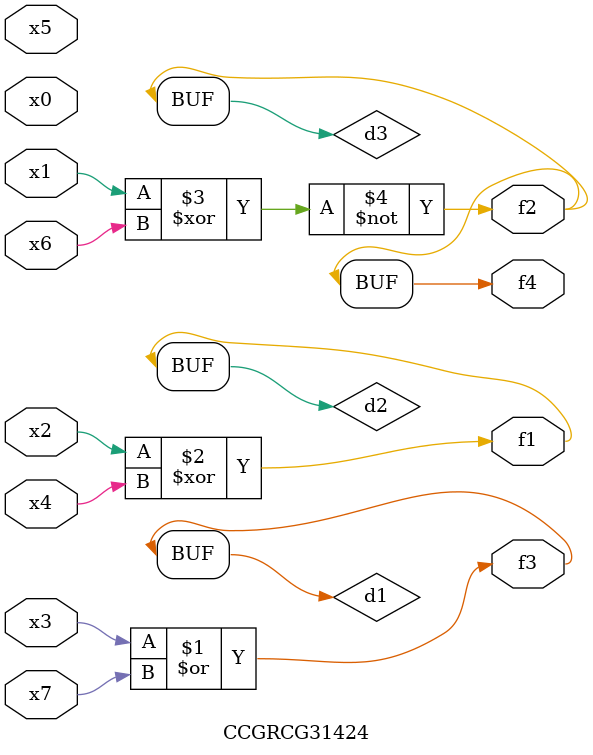
<source format=v>
module CCGRCG31424(
	input x0, x1, x2, x3, x4, x5, x6, x7,
	output f1, f2, f3, f4
);

	wire d1, d2, d3;

	or (d1, x3, x7);
	xor (d2, x2, x4);
	xnor (d3, x1, x6);
	assign f1 = d2;
	assign f2 = d3;
	assign f3 = d1;
	assign f4 = d3;
endmodule

</source>
